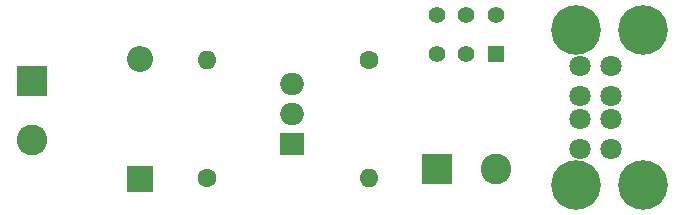
<source format=gbr>
%TF.GenerationSoftware,KiCad,Pcbnew,7.0.9*%
%TF.CreationDate,2023-12-13T20:57:07-06:00*%
%TF.ProjectId,12V to 5V converter,31325620-746f-4203-9556-20636f6e7665,1.0*%
%TF.SameCoordinates,Original*%
%TF.FileFunction,Soldermask,Bot*%
%TF.FilePolarity,Negative*%
%FSLAX46Y46*%
G04 Gerber Fmt 4.6, Leading zero omitted, Abs format (unit mm)*
G04 Created by KiCad (PCBNEW 7.0.9) date 2023-12-13 20:57:07*
%MOMM*%
%LPD*%
G01*
G04 APERTURE LIST*
%ADD10C,1.804000*%
%ADD11C,4.204000*%
%ADD12R,2.600000X2.600000*%
%ADD13C,2.600000*%
%ADD14C,1.600000*%
%ADD15O,1.600000X1.600000*%
%ADD16R,1.400000X1.400000*%
%ADD17C,1.400000*%
%ADD18R,2.000000X1.905000*%
%ADD19O,2.000000X1.905000*%
%ADD20R,2.200000X2.200000*%
%ADD21O,2.200000X2.200000*%
G04 APERTURE END LIST*
D10*
%TO.C,J3*%
X154095300Y-96500000D03*
X156715300Y-96500000D03*
X154095300Y-94000000D03*
X156715300Y-94000000D03*
X154095300Y-92000000D03*
X156715300Y-92000000D03*
X154095300Y-89500000D03*
X156715300Y-89500000D03*
D11*
X159425300Y-99570000D03*
X159425300Y-86430000D03*
X153745300Y-99570000D03*
X153745300Y-86430000D03*
%TD*%
D12*
%TO.C,J2*%
X141985000Y-98250000D03*
D13*
X146985000Y-98250000D03*
%TD*%
D12*
%TO.C,J1*%
X107695000Y-90750000D03*
D13*
X107695000Y-95750000D03*
%TD*%
D14*
%TO.C,C1*%
X122500000Y-99000000D03*
D15*
X122500000Y-89000000D03*
%TD*%
D16*
%TO.C,SW1*%
X147000000Y-88500000D03*
D17*
X144500000Y-88500000D03*
X142000000Y-88500000D03*
X147000000Y-85200000D03*
X144500000Y-85200000D03*
X142000000Y-85200000D03*
%TD*%
D18*
%TO.C,U1*%
X129750000Y-96080000D03*
D19*
X129750000Y-93540000D03*
X129750000Y-91000000D03*
%TD*%
D20*
%TO.C,D1*%
X116840000Y-99060000D03*
D21*
X116840000Y-88900000D03*
%TD*%
D14*
%TO.C,C2*%
X136250000Y-89000000D03*
D15*
X136250000Y-99000000D03*
%TD*%
M02*

</source>
